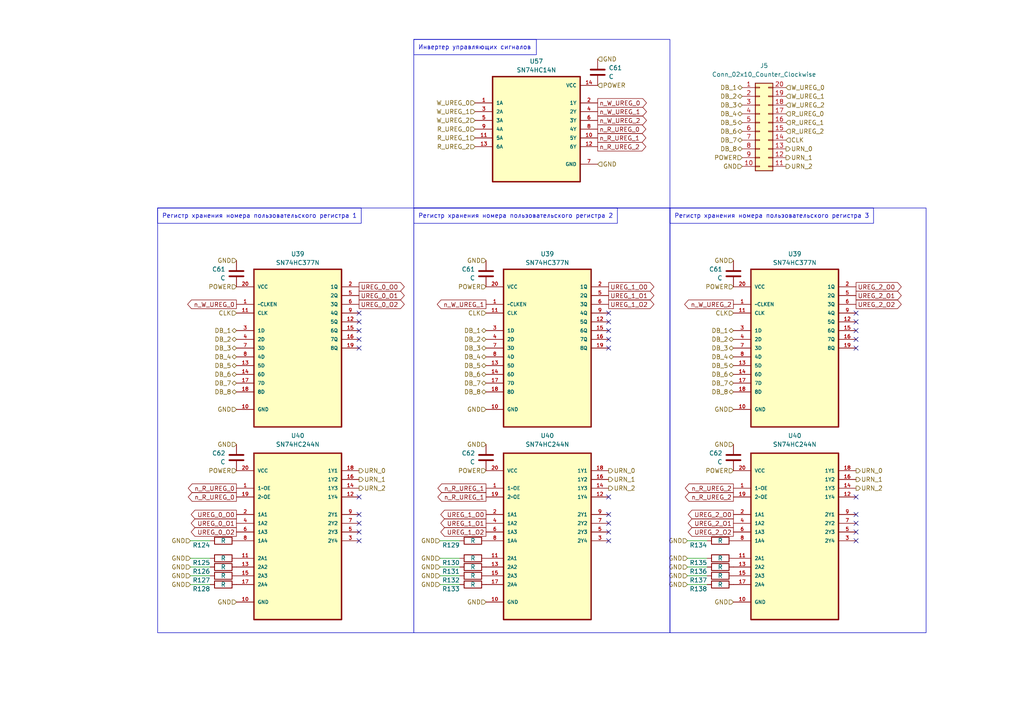
<source format=kicad_sch>
(kicad_sch (version 20230121) (generator eeschema)
  (paper "A4")
  (title_block (comment 1 "Схема электрическая принципиальная \\n Выбора номера регистра"))
  (lib_symbols
    (symbol "Connector_Generic:Conn_02x10_Counter_Clockwise" (pin_names (offset 1.016) hide)
      (property "Reference" "J" (at 1.27 12.7 0))
      (property "Value" "Conn_02x10_Counter_Clockwise" (at 1.27 -15.24 0))
      (symbol "Conn_02x10_Counter_Clockwise_1_1"
        (rectangle (start -1.27 -12.573) (end 0 -12.827) (stroke (width 0.1524)))
        (rectangle (start -1.27 -10.033) (end 0 -10.287) (stroke (width 0.1524)))
        (rectangle (start -1.27 -7.493) (end 0 -7.747) (stroke (width 0.1524)))
        (rectangle (start -1.27 -4.953) (end 0 -5.207) (stroke (width 0.1524)))
        (rectangle (start -1.27 -2.413) (end 0 -2.667) (stroke (width 0.1524)))
        (rectangle (start -1.27 0.127) (end 0 -0.127) (stroke (width 0.1524)))
        (rectangle (start -1.27 2.667) (end 0 2.413) (stroke (width 0.1524)))
        (rectangle (start -1.27 5.207) (end 0 4.953) (stroke (width 0.1524)))
        (rectangle (start -1.27 7.747) (end 0 7.493) (stroke (width 0.1524)))
        (rectangle (start -1.27 10.287) (end 0 10.033) (stroke (width 0.1524)))
        (rectangle (start -1.27 11.43) (end 3.81 -13.97) (stroke (width 0.254)) (fill (type background)))
        (rectangle (start 3.81 -12.573) (end 2.54 -12.827) (stroke (width 0.1524)))
        (rectangle (start 3.81 -10.033) (end 2.54 -10.287) (stroke (width 0.1524)))
        (rectangle (start 3.81 -7.493) (end 2.54 -7.747) (stroke (width 0.1524)))
        (rectangle (start 3.81 -4.953) (end 2.54 -5.207) (stroke (width 0.1524)))
        (rectangle (start 3.81 -2.413) (end 2.54 -2.667) (stroke (width 0.1524)))
        (rectangle (start 3.81 0.127) (end 2.54 -0.127) (stroke (width 0.1524)))
        (rectangle (start 3.81 2.667) (end 2.54 2.413) (stroke (width 0.1524)))
        (rectangle (start 3.81 5.207) (end 2.54 4.953) (stroke (width 0.1524)))
        (rectangle (start 3.81 7.747) (end 2.54 7.493) (stroke (width 0.1524)))
        (rectangle (start 3.81 10.287) (end 2.54 10.033) (stroke (width 0.1524)))
        (pin passive line (at -5.08 10.16 0) (length 3.81) (name "Pin_1") (number "1"))
        (pin passive line (at -5.08 -12.7 0) (length 3.81) (name "Pin_10") (number "10"))
        (pin passive line (at 7.62 -12.7 180) (length 3.81) (name "Pin_11") (number "11"))
        (pin passive line (at 7.62 -10.16 180) (length 3.81) (name "Pin_12") (number "12"))
        (pin passive line (at 7.62 -7.62 180) (length 3.81) (name "Pin_13") (number "13"))
        (pin passive line (at 7.62 -5.08 180) (length 3.81) (name "Pin_14") (number "14"))
        (pin passive line (at 7.62 -2.54 180) (length 3.81) (name "Pin_15") (number "15"))
        (pin passive line (at 7.62 0 180) (length 3.81) (name "Pin_16") (number "16"))
        (pin passive line (at 7.62 2.54 180) (length 3.81) (name "Pin_17") (number "17"))
        (pin passive line (at 7.62 5.08 180) (length 3.81) (name "Pin_18") (number "18"))
        (pin passive line (at 7.62 7.62 180) (length 3.81) (name "Pin_19") (number "19"))
        (pin passive line (at -5.08 7.62 0) (length 3.81) (name "Pin_2") (number "2"))
        (pin passive line (at 7.62 10.16 180) (length 3.81) (name "Pin_20") (number "20"))
        (pin passive line (at -5.08 5.08 0) (length 3.81) (name "Pin_3") (number "3"))
        (pin passive line (at -5.08 2.54 0) (length 3.81) (name "Pin_4") (number "4"))
        (pin passive line (at -5.08 0 0) (length 3.81) (name "Pin_5") (number "5"))
        (pin passive line (at -5.08 -2.54 0) (length 3.81) (name "Pin_6") (number "6"))
        (pin passive line (at -5.08 -5.08 0) (length 3.81) (name "Pin_7") (number "7"))
        (pin passive line (at -5.08 -7.62 0) (length 3.81) (name "Pin_8") (number "8"))
        (pin passive line (at -5.08 -10.16 0) (length 3.81) (name "Pin_9") (number "9"))
      )
    )
    (symbol "Device:C" (pin_numbers hide) (pin_names (offset 0.254))
      (property "Reference" "C" (at 0.635 2.54 0))
      (property "Value" "C" (at 0.635 -2.54 0))
      (symbol "C_0_1"
        (polyline (pts (xy -2.032 -0.762) (xy 2.032 -0.762)) (stroke (width 0.508)))
        (polyline (pts (xy -2.032 0.762) (xy 2.032 0.762)) (stroke (width 0.508)))
      )
      (symbol "C_1_1"
        (pin passive line (at 0 3.81 270) (length 2.794) (name "~") (number "1"))
        (pin passive line (at 0 -3.81 90) (length 2.794) (name "~") (number "2"))
      )
    )
    (symbol "Device:R" (pin_numbers hide) (pin_names (offset 0))
      (property "Reference" "R" (at 2.032 0 90))
      (property "Value" "R" (at 0 0 90))
      (symbol "R_0_1"
        (rectangle (start -1.016 -2.54) (end 1.016 2.54) (stroke (width 0.254)))
      )
      (symbol "R_1_1"
        (pin passive line (at 0 3.81 270) (length 1.27) (name "~") (number "1"))
        (pin passive line (at 0 -3.81 90) (length 1.27) (name "~") (number "2"))
      )
    )
    (symbol "SN74HC14N:SN74HC14N" (pin_names (offset 1.016))
      (property "Reference" "U" (at -12.7 16.24 0))
      (property "Value" "SN74HC14N" (at -12.7 -19.24 0))
      (symbol "SN74HC14N_0_0"
        (rectangle (start -12.7 -15.24) (end 12.7 15.24) (stroke (width 0.41)) (fill (type background)))
        (pin input line (at -17.78 7.62 0) (length 5.08) (name "1A") (number "1"))
        (pin output line (at 17.78 -2.54 180) (length 5.08) (name "5Y") (number "10"))
        (pin input line (at -17.78 -2.54 0) (length 5.08) (name "5A") (number "11"))
        (pin output line (at 17.78 -5.08 180) (length 5.08) (name "6Y") (number "12"))
        (pin input line (at -17.78 -5.08 0) (length 5.08) (name "6A") (number "13"))
        (pin power_in line (at 17.78 12.7 180) (length 5.08) (name "VCC") (number "14"))
        (pin output line (at 17.78 7.62 180) (length 5.08) (name "1Y") (number "2"))
        (pin input line (at -17.78 5.08 0) (length 5.08) (name "2A") (number "3"))
        (pin output line (at 17.78 5.08 180) (length 5.08) (name "2Y") (number "4"))
        (pin input line (at -17.78 2.54 0) (length 5.08) (name "3A") (number "5"))
        (pin output line (at 17.78 2.54 180) (length 5.08) (name "3Y") (number "6"))
        (pin power_in line (at 17.78 -10.16 180) (length 5.08) (name "GND") (number "7"))
        (pin output line (at 17.78 0 180) (length 5.08) (name "4Y") (number "8"))
        (pin input line (at -17.78 0 0) (length 5.08) (name "4A") (number "9"))
      )
    )
    (symbol "SN74HC244N:SN74HC244N" (pin_names (offset 1.016))
      (property "Reference" "U" (at -5.1358 22.5011 0))
      (property "Value" "SN74HC244N" (at -4.6235 -32.2374 0))
      (symbol "SN74HC244N_0_0"
        (rectangle (start -12.7 -27.94) (end 12.7 20.32) (stroke (width 0.4064)) (fill (type background)))
        (pin input line (at -17.78 10.16 0) (length 5.08) (name "1~OE") (number "1"))
        (pin passive line (at -17.78 -22.86 0) (length 5.08) (name "GND") (number "10"))
        (pin input line (at -17.78 -10.16 0) (length 5.08) (name "2A1") (number "11"))
        (pin output line (at 17.78 7.62 180) (length 5.08) (name "1Y4") (number "12"))
        (pin input line (at -17.78 -12.7 0) (length 5.08) (name "2A2") (number "13"))
        (pin output line (at 17.78 10.16 180) (length 5.08) (name "1Y3") (number "14"))
        (pin input line (at -17.78 -15.24 0) (length 5.08) (name "2A3") (number "15"))
        (pin output line (at 17.78 12.7 180) (length 5.08) (name "1Y2") (number "16"))
        (pin input line (at -17.78 -17.78 0) (length 5.08) (name "2A4") (number "17"))
        (pin output line (at 17.78 15.24 180) (length 5.08) (name "1Y1") (number "18"))
        (pin input line (at -17.78 7.62 0) (length 5.08) (name "2~OE") (number "19"))
        (pin input line (at -17.78 2.54 0) (length 5.08) (name "1A1") (number "2"))
        (pin power_in line (at -17.78 15.24 0) (length 5.08) (name "VCC") (number "20"))
        (pin output line (at 17.78 -5.08 180) (length 5.08) (name "2Y4") (number "3"))
        (pin input line (at -17.78 0 0) (length 5.08) (name "1A2") (number "4"))
        (pin output line (at 17.78 -2.54 180) (length 5.08) (name "2Y3") (number "5"))
        (pin input line (at -17.78 -2.54 0) (length 5.08) (name "1A3") (number "6"))
        (pin output line (at 17.78 0 180) (length 5.08) (name "2Y2") (number "7"))
        (pin input line (at -17.78 -5.08 0) (length 5.08) (name "1A4") (number "8"))
        (pin output line (at 17.78 2.54 180) (length 5.08) (name "2Y1") (number "9"))
      )
    )
    (symbol "SN74HC377N:SN74HC377N" (pin_names (offset 1.016))
      (property "Reference" "U" (at -5.6166 22.3647 0))
      (property "Value" "SN74HC377N" (at -3.919 -30.1051 0))
      (symbol "SN74HC377N_0_0"
        (rectangle (start -12.7 -25.4) (end 12.7 20.32) (stroke (width 0.4064)) (fill (type background)))
        (pin input line (at -17.78 10.16 0) (length 5.08) (name "~CLKEN") (number "1"))
        (pin passive line (at -17.78 -20.32 0) (length 5.08) (name "GND") (number "10"))
        (pin input line (at -17.78 7.62 0) (length 5.08) (name "CLK") (number "11"))
        (pin output line (at 17.78 5.08 180) (length 5.08) (name "5Q") (number "12"))
        (pin input line (at -17.78 -7.62 0) (length 5.08) (name "5D") (number "13"))
        (pin input line (at -17.78 -10.16 0) (length 5.08) (name "6D") (number "14"))
        (pin output line (at 17.78 2.54 180) (length 5.08) (name "6Q") (number "15"))
        (pin output line (at 17.78 0 180) (length 5.08) (name "7Q") (number "16"))
        (pin input line (at -17.78 -12.7 0) (length 5.08) (name "7D") (number "17"))
        (pin input line (at -17.78 -15.24 0) (length 5.08) (name "8D") (number "18"))
        (pin output line (at 17.78 -2.54 180) (length 5.08) (name "8Q") (number "19"))
        (pin output line (at 17.78 15.24 180) (length 5.08) (name "1Q") (number "2"))
        (pin power_in line (at -17.78 15.24 0) (length 5.08) (name "VCC") (number "20"))
        (pin input line (at -17.78 2.54 0) (length 5.08) (name "1D") (number "3"))
        (pin input line (at -17.78 0 0) (length 5.08) (name "2D") (number "4"))
        (pin output line (at 17.78 12.7 180) (length 5.08) (name "2Q") (number "5"))
        (pin output line (at 17.78 10.16 180) (length 5.08) (name "3Q") (number "6"))
        (pin input line (at -17.78 -2.54 0) (length 5.08) (name "3D") (number "7"))
        (pin input line (at -17.78 -5.08 0) (length 5.08) (name "4D") (number "8"))
        (pin output line (at 17.78 7.62 180) (length 5.08) (name "4Q") (number "9"))
      )
    )
  )
  (no_connect (at 176.53 95.885))
  (no_connect (at 248.285 93.345))
  (no_connect (at 176.53 151.765))
  (no_connect (at 104.14 100.965))
  (no_connect (at 104.14 154.305))
  (no_connect (at 248.285 156.845))
  (no_connect (at 248.285 149.225))
  (no_connect (at 104.14 98.425))
  (no_connect (at 248.285 100.965))
  (no_connect (at 104.14 90.805))
  (no_connect (at 248.285 98.425))
  (no_connect (at 248.285 90.805))
  (no_connect (at 104.14 156.845))
  (no_connect (at 176.53 156.845))
  (no_connect (at 176.53 144.145))
  (no_connect (at 104.14 149.225))
  (no_connect (at 248.285 95.885))
  (no_connect (at 176.53 100.965))
  (no_connect (at 176.53 154.305))
  (no_connect (at 248.285 151.765))
  (no_connect (at 104.14 93.345))
  (no_connect (at 176.53 98.425))
  (no_connect (at 248.285 144.145))
  (no_connect (at 176.53 149.225))
  (no_connect (at 104.14 144.145))
  (no_connect (at 104.14 151.765))
  (no_connect (at 248.285 154.305))
  (no_connect (at 176.53 93.345))
  (no_connect (at 104.14 95.885))
  (no_connect (at 176.53 90.805))
  (wire (pts (xy 199.39 167.005) (xy 205.105 167.005)))
  (wire (pts (xy 127.635 167.005) (xy 133.35 167.005)))
  (wire (pts (xy 127.635 164.465) (xy 133.35 164.465)))
  (wire (pts (xy 199.39 156.845) (xy 205.105 156.845)))
  (wire (pts (xy 55.245 167.005) (xy 60.96 167.005)))
  (wire (pts (xy 127.635 169.545) (xy 133.35 169.545)))
  (wire (pts (xy 199.39 169.545) (xy 205.105 169.545)))
  (wire (pts (xy 55.245 161.925) (xy 60.96 161.925)))
  (wire (pts (xy 199.39 164.465) (xy 205.105 164.465)))
  (wire (pts (xy 55.245 156.845) (xy 60.96 156.845)))
  (wire (pts (xy 199.39 161.925) (xy 205.105 161.925)))
  (wire (pts (xy 127.635 156.845) (xy 133.35 156.845)))
  (wire (pts (xy 127.635 161.925) (xy 133.35 161.925)))
  (wire (pts (xy 55.245 169.545) (xy 60.96 169.545)))
  (wire (pts (xy 55.245 164.465) (xy 60.96 164.465)))
  (rectangle (start 45.72 60.325) (end 104.775 64.77))
  (rectangle (start 120.015 11.43) (end 155.575 15.875))
  (rectangle (start 120.015 11.43) (end 194.31 60.325))
  (rectangle (start 120.015 60.325) (end 179.07 64.77))
  (rectangle (start 120.015 60.325) (end 194.31 183.515))
  (rectangle (start 45.72 60.325) (end 120.015 183.515))
  (rectangle (start 194.31 60.325) (end 253.365 64.77))
  (rectangle (start 194.31 60.325) (end 268.605 183.515))
  (text "Регистр хранения номера пользовательского регистра 3" (at 195.58 63.5 0) (effects (font (size 1.27 1.27)) (justify left bottom)))
  (text "Регистр хранения номера пользовательского регистра 1" (at 46.99 63.5 0) (effects (font (size 1.27 1.27)) (justify left bottom)))
  (text "Инвертер управляющих сигналов" (at 121.285 14.605 0) (effects (font (size 1.27 1.27)) (justify left bottom)))
  (text "Регистр хранения номера пользовательского регистра 2\n" (at 121.285 63.5 0) (effects (font (size 1.27 1.27)) (justify left bottom)))
  (global_label "n_R_UREG_2" (shape output) (at 173.355 42.545 0) (property "Intersheetrefs" "${INTERSHEET_REFS}" (effects hide)))
  (global_label "n_R_UREG_2" (shape output) (at 212.725 141.605 180) (property "Intersheetrefs" "${INTERSHEET_REFS}" (effects hide)))
  (global_label "n_W_UREG_0" (shape output) (at 173.355 29.845 0) (property "Intersheetrefs" "${INTERSHEET_REFS}" (effects hide)))
  (global_label "UREG_0_O1" (shape output) (at 68.58 151.765 180) (property "Intersheetrefs" "${INTERSHEET_REFS}" (effects hide)))
  (global_label "n_R_UREG_0" (shape output) (at 68.58 141.605 180) (property "Intersheetrefs" "${INTERSHEET_REFS}" (effects hide)))
  (global_label "UREG_0_O2" (shape output) (at 68.58 154.305 180) (property "Intersheetrefs" "${INTERSHEET_REFS}" (effects hide)))
  (global_label "n_R_UREG_1" (shape output) (at 173.355 40.005 0) (property "Intersheetrefs" "${INTERSHEET_REFS}" (effects hide)))
  (global_label "UREG_1_O1" (shape output) (at 140.97 151.765 180) (property "Intersheetrefs" "${INTERSHEET_REFS}" (effects hide)))
  (global_label "n_W_UREG_1" (shape output) (at 173.355 32.385 0) (property "Intersheetrefs" "${INTERSHEET_REFS}" (effects hide)))
  (global_label "UREG_2_O1" (shape output) (at 248.285 85.725 0) (property "Intersheetrefs" "${INTERSHEET_REFS}" (effects hide)))
  (global_label "UREG_0_O1" (shape output) (at 104.14 85.725 0) (property "Intersheetrefs" "${INTERSHEET_REFS}" (effects hide)))
  (global_label "UREG_1_O0" (shape output) (at 176.53 83.185 0) (property "Intersheetrefs" "${INTERSHEET_REFS}" (effects hide)))
  (global_label "UREG_1_O1" (shape output) (at 176.53 85.725 0) (property "Intersheetrefs" "${INTERSHEET_REFS}" (effects hide)))
  (global_label "n_R_UREG_0" (shape output) (at 68.58 144.145 180) (property "Intersheetrefs" "${INTERSHEET_REFS}" (effects hide)))
  (global_label "n_W_UREG_1" (shape output) (at 140.97 88.265 180) (property "Intersheetrefs" "${INTERSHEET_REFS}" (effects hide)))
  (global_label "UREG_2_O0" (shape output) (at 212.725 149.225 180) (property "Intersheetrefs" "${INTERSHEET_REFS}" (effects hide)))
  (global_label "UREG_1_O0" (shape output) (at 140.97 149.225 180) (property "Intersheetrefs" "${INTERSHEET_REFS}" (effects hide)))
  (global_label "n_W_UREG_2" (shape output) (at 173.355 34.925 0) (property "Intersheetrefs" "${INTERSHEET_REFS}" (effects hide)))
  (global_label "UREG_0_O0" (shape output) (at 104.14 83.185 0) (property "Intersheetrefs" "${INTERSHEET_REFS}" (effects hide)))
  (global_label "UREG_2_O0" (shape output) (at 248.285 83.185 0) (property "Intersheetrefs" "${INTERSHEET_REFS}" (effects hide)))
  (global_label "UREG_0_O2" (shape output) (at 104.14 88.265 0) (property "Intersheetrefs" "${INTERSHEET_REFS}" (effects hide)))
  (global_label "UREG_1_O2" (shape output) (at 176.53 88.265 0) (property "Intersheetrefs" "${INTERSHEET_REFS}" (effects hide)))
  (global_label "n_R_UREG_2" (shape output) (at 212.725 144.145 180) (property "Intersheetrefs" "${INTERSHEET_REFS}" (effects hide)))
  (global_label "UREG_2_O1" (shape output) (at 212.725 151.765 180) (property "Intersheetrefs" "${INTERSHEET_REFS}" (effects hide)))
  (global_label "n_W_UREG_2" (shape output) (at 212.725 88.265 180) (property "Intersheetrefs" "${INTERSHEET_REFS}" (effects hide)))
  (global_label "UREG_2_O2" (shape output) (at 212.725 154.305 180) (property "Intersheetrefs" "${INTERSHEET_REFS}" (effects hide)))
  (global_label "n_R_UREG_0" (shape output) (at 173.355 37.465 0) (property "Intersheetrefs" "${INTERSHEET_REFS}" (effects hide)))
  (global_label "n_R_UREG_1" (shape output) (at 140.97 141.605 180) (property "Intersheetrefs" "${INTERSHEET_REFS}" (effects hide)))
  (global_label "n_R_UREG_1" (shape output) (at 140.97 144.145 180) (property "Intersheetrefs" "${INTERSHEET_REFS}" (effects hide)))
  (global_label "n_W_UREG_0" (shape output) (at 68.58 88.265 180) (property "Intersheetrefs" "${INTERSHEET_REFS}" (effects hide)))
  (global_label "UREG_2_O2" (shape output) (at 248.285 88.265 0) (property "Intersheetrefs" "${INTERSHEET_REFS}" (effects hide)))
  (global_label "UREG_1_O2" (shape output) (at 140.97 154.305 180) (property "Intersheetrefs" "${INTERSHEET_REFS}" (effects hide)))
  (global_label "UREG_0_O0" (shape output) (at 68.58 149.225 180) (property "Intersheetrefs" "${INTERSHEET_REFS}" (effects hide)))
  (hierarchical_label "DB_3" (shape bidirectional) (at 212.725 100.965 180))
  (hierarchical_label "POWER" (shape input) (at 173.355 24.765 0))
  (hierarchical_label "GND" (shape input) (at 68.58 118.745 180))
  (hierarchical_label "DB_6" (shape bidirectional) (at 68.58 108.585 180))
  (hierarchical_label "GND" (shape input) (at 212.725 174.625 180))
  (hierarchical_label "POWER" (shape input) (at 68.58 83.185 180))
  (hierarchical_label "GND" (shape input) (at 199.39 169.545 180))
  (hierarchical_label "POWER" (shape input) (at 68.58 136.525 180))
  (hierarchical_label "URN_2" (shape output) (at 248.285 141.605 0))
  (hierarchical_label "URN_0" (shape output) (at 248.285 136.525 0))
  (hierarchical_label "R_UREG_2" (shape input) (at 227.965 38.1 0))
  (hierarchical_label "URN_0" (shape output) (at 176.53 136.525 0))
  (hierarchical_label "GND" (shape input) (at 212.725 118.745 180))
  (hierarchical_label "DB_4" (shape bidirectional) (at 68.58 103.505 180))
  (hierarchical_label "URN_2" (shape output) (at 176.53 141.605 0))
  (hierarchical_label "GND" (shape input) (at 212.725 128.905 180))
  (hierarchical_label "W_UREG_2" (shape input) (at 227.965 30.48 0))
  (hierarchical_label "R_UREG_0" (shape input) (at 137.795 37.465 180))
  (hierarchical_label "W_UREG_2" (shape input) (at 137.795 34.925 180))
  (hierarchical_label "DB_2" (shape bidirectional) (at 140.97 98.425 180))
  (hierarchical_label "DB_8" (shape bidirectional) (at 215.265 43.18 180))
  (hierarchical_label "URN_1" (shape output) (at 227.965 45.72 0))
  (hierarchical_label "DB_5" (shape bidirectional) (at 215.265 35.56 180))
  (hierarchical_label "URN_2" (shape output) (at 104.14 141.605 0))
  (hierarchical_label "URN_1" (shape output) (at 104.14 139.065 0))
  (hierarchical_label "R_UREG_1" (shape input) (at 227.965 35.56 0))
  (hierarchical_label "DB_1" (shape bidirectional) (at 215.265 25.4 180))
  (hierarchical_label "GND" (shape input) (at 55.245 156.845 180))
  (hierarchical_label "W_UREG_0" (shape input) (at 137.795 29.845 180))
  (hierarchical_label "GND" (shape input) (at 127.635 169.545 180))
  (hierarchical_label "DB_2" (shape bidirectional) (at 215.265 27.94 180))
  (hierarchical_label "DB_8" (shape bidirectional) (at 68.58 113.665 180))
  (hierarchical_label "DB_8" (shape bidirectional) (at 140.97 113.665 180))
  (hierarchical_label "DB_3" (shape bidirectional) (at 215.265 30.48 180))
  (hierarchical_label "DB_8" (shape bidirectional) (at 212.725 113.665 180))
  (hierarchical_label "GND" (shape input) (at 55.245 169.545 180))
  (hierarchical_label "GND" (shape input) (at 212.725 75.565 180))
  (hierarchical_label "GND" (shape input) (at 127.635 164.465 180))
  (hierarchical_label "DB_1" (shape bidirectional) (at 68.58 95.885 180))
  (hierarchical_label "GND" (shape input) (at 55.245 161.925 180))
  (hierarchical_label "POWER" (shape input) (at 212.725 136.525 180))
  (hierarchical_label "DB_5" (shape bidirectional) (at 68.58 106.045 180))
  (hierarchical_label "GND" (shape input) (at 140.97 75.565 180))
  (hierarchical_label "DB_7" (shape bidirectional) (at 212.725 111.125 180))
  (hierarchical_label "GND" (shape input) (at 55.245 164.465 180))
  (hierarchical_label "W_UREG_1" (shape input) (at 227.965 27.94 0))
  (hierarchical_label "GND" (shape input) (at 173.355 47.625 0))
  (hierarchical_label "W_UREG_1" (shape input) (at 137.795 32.385 180))
  (hierarchical_label "URN_2" (shape output) (at 227.965 48.26 0))
  (hierarchical_label "DB_6" (shape bidirectional) (at 140.97 108.585 180))
  (hierarchical_label "POWER" (shape input) (at 212.725 83.185 180))
  (hierarchical_label "DB_6" (shape bidirectional) (at 212.725 108.585 180))
  (hierarchical_label "URN_1" (shape output) (at 248.285 139.065 0))
  (hierarchical_label "R_UREG_1" (shape input) (at 137.795 40.005 180))
  (hierarchical_label "GND" (shape input) (at 68.58 128.905 180))
  (hierarchical_label "GND" (shape input) (at 199.39 167.005 180))
  (hierarchical_label "DB_7" (shape bidirectional) (at 140.97 111.125 180))
  (hierarchical_label "DB_6" (shape bidirectional) (at 215.265 38.1 180))
  (hierarchical_label "CLK" (shape input) (at 140.97 90.805 180))
  (hierarchical_label "DB_4" (shape bidirectional) (at 140.97 103.505 180))
  (hierarchical_label "GND" (shape input) (at 215.265 48.26 180))
  (hierarchical_label "GND" (shape input) (at 55.245 167.005 180))
  (hierarchical_label "GND" (shape input) (at 199.39 161.925 180))
  (hierarchical_label "POWER" (shape input) (at 215.265 45.72 180))
  (hierarchical_label "R_UREG_0" (shape input) (at 227.965 33.02 0))
  (hierarchical_label "DB_2" (shape bidirectional) (at 212.725 98.425 180))
  (hierarchical_label "POWER" (shape input) (at 140.97 136.525 180))
  (hierarchical_label "GND" (shape input) (at 127.635 156.845 180))
  (hierarchical_label "DB_1" (shape bidirectional) (at 212.725 95.885 180))
  (hierarchical_label "URN_0" (shape output) (at 227.965 43.18 0))
  (hierarchical_label "GND" (shape input) (at 199.39 164.465 180))
  (hierarchical_label "CLK" (shape input) (at 227.965 40.64 0))
  (hierarchical_label "CLK" (shape input) (at 68.58 90.805 180))
  (hierarchical_label "W_UREG_0" (shape input) (at 227.965 25.4 0))
  (hierarchical_label "URN_1" (shape output) (at 176.53 139.065 0))
  (hierarchical_label "GND" (shape input) (at 140.97 118.745 180))
  (hierarchical_label "GND" (shape input) (at 127.635 161.925 180))
  (hierarchical_label "R_UREG_2" (shape input) (at 137.795 42.545 180))
  (hierarchical_label "DB_1" (shape bidirectional) (at 140.97 95.885 180))
  (hierarchical_label "URN_0" (shape output) (at 104.14 136.525 0))
  (hierarchical_label "DB_2" (shape bidirectional) (at 68.58 98.425 180))
  (hierarchical_label "DB_5" (shape bidirectional) (at 140.97 106.045 180))
  (hierarchical_label "GND" (shape input) (at 173.355 17.145 0))
  (hierarchical_label "GND" (shape input) (at 127.635 167.005 180))
  (hierarchical_label "GND" (shape input) (at 68.58 75.565 180))
  (hierarchical_label "DB_5" (shape bidirectional) (at 212.725 106.045 180))
  (hierarchical_label "GND" (shape input) (at 199.39 156.845 180))
  (hierarchical_label "DB_7" (shape bidirectional) (at 68.58 111.125 180))
  (hierarchical_label "POWER" (shape input) (at 140.97 83.185 180))
  (hierarchical_label "GND" (shape input) (at 140.97 174.625 180))
  (hierarchical_label "GND" (shape input) (at 140.97 128.905 180))
  (hierarchical_label "DB_3" (shape bidirectional) (at 140.97 100.965 180))
  (hierarchical_label "GND" (shape input) (at 68.58 174.625 180))
  (hierarchical_label "DB_7" (shape bidirectional) (at 215.265 40.64 180))
  (hierarchical_label "CLK" (shape input) (at 212.725 90.805 180))
  (hierarchical_label "DB_3" (shape bidirectional) (at 68.58 100.965 180))
  (hierarchical_label "DB_4" (shape bidirectional) (at 215.265 33.02 180))
  (hierarchical_label "DB_4" (shape bidirectional) (at 212.725 103.505 180))
  (symbol (lib_id "Device:R") (at 137.16 169.545 90) (unit 1)
    (property "Reference" "R133" (at 130.81 170.815 90))
    (property "Value" "R" (at 137.16 169.545 90))
  )
  (symbol (lib_id "Device:C") (at 68.58 132.715 0) (mirror y) (unit 1)
    (property "Reference" "C62" (at 65.405 131.445 0) (effects (justify left)))
    (property "Value" "C" (at 65.405 133.985 0) (effects (justify left)))
    (instances (project "FULL_PC" (path "" (reference "C62") (unit 1)) (path "" (reference "C78") (unit 1))))
  )
  (symbol (lib_id "SN74HC244N:SN74HC244N") (at 158.75 151.765 0) (unit 1)
    (property "Reference" "U40" (at 158.75 126.365 0))
    (property "Value" "SN74HC244N" (at 158.75 128.905 0))
    (property "Footprint" "SN74HC244N:DIP254P762X508-20" (effects hide))
    (property "MF" "Texas Instruments" (effects hide))
    (property "Description" "\n8-ch, 2-V to 6-V buffers with 3-state outputs\n" (effects hide))
    (property "PACKAGE" "PDIP-20" (effects hide))
    (property "MPN" "SN74HC244N" (effects hide))
    (property "Price" "None" (effects hide))
    (property "Package" "PDIP-20 Texas Instruments" (effects hide))
    (property "OC_FARNELL" "9591281" (effects hide))
    (property "SnapEDA_Link" "https://www.snapeda.com/parts/SN74HC244N/Texas+Instruments/view-part/?ref=snap" (effects hide))
    (property "MP" "SN74HC244N" (effects hide))
    (property "Purchase-URL" "https://www.snapeda.com/api/url_track_click_mouser/?unipart_id=108952&manufacturer=Texas Instruments&part_name=SN74HC244N&search_term=sn74hc244" (effects hide))
    (property "SUPPLIER" "Texas Instruments" (effects hide))
    (property "OC_NEWARK" "60K6831" (effects hide))
    (property "Availability" "In Stock" (effects hide))
    (property "Check_prices" "https://www.snapeda.com/parts/SN74HC244N/Texas+Instruments/view-part/?ref=eda" (effects hide))
    (instances (project "FULL_PC" (path "" (reference "U40") (unit 1)) (path "" (reference "U59") (unit 1))))
  )
  (symbol (lib_id "Device:C") (at 173.355 20.955 0) (unit 1)
    (property "Reference" "C61" (at 176.53 19.685 0) (effects (justify left)))
    (property "Value" "C" (at 176.53 22.225 0) (effects (justify left)))
    (instances (project "FULL_PC" (path "" (reference "C61") (unit 1)) (path "" (reference "C79") (unit 1))))
  )
  (symbol (lib_id "Device:C") (at 212.725 132.715 0) (mirror y) (unit 1)
    (property "Reference" "C62" (at 209.55 131.445 0) (effects (justify left)))
    (property "Value" "C" (at 209.55 133.985 0) (effects (justify left)))
    (instances (project "FULL_PC" (path "" (reference "C62") (unit 1)) (path "" (reference "C83") (unit 1))))
  )
  (symbol (lib_id "SN74HC377N:SN74HC377N") (at 86.36 98.425 0) (unit 1)
    (property "Reference" "U39" (at 86.36 73.66 0))
    (property "Value" "SN74HC377N" (at 86.36 76.2 0))
    (property "Footprint" "SN74HC377N:DIP254P762X508-20" (effects hide))
    (property "MF" "Texas Instruments" (effects hide))
    (property "Description" "\nOctal D-Type Flip-Flops With Clock Enable\n" (effects hide))
    (property "PACKAGE" "PDIP-20" (effects hide))
    (property "MPN" "SN74HC377N" (effects hide))
    (property "Price" "None" (effects hide))
    (property "Package" "PDIP-20 Texas Instruments" (effects hide))
    (property "OC_FARNELL" "1287551" (effects hide))
    (property "SnapEDA_Link" "https://www.snapeda.com/parts/SN74HC377N/Texas+Instruments/view-part/?ref=snap" (effects hide))
    (property "MP" "SN74HC377N" (effects hide))
    (property "Purchase-URL" "https://www.snapeda.com/api/url_track_click_mouser/?unipart_id=500370&manufacturer=Texas Instruments&part_name=SN74HC377N&search_term=sn74hc377" (effects hide))
    (property "SUPPLIER" "Texas Instruments" (effects hide))
    (property "OC_NEWARK" "08F6514" (effects hide))
    (property "Availability" "In Stock" (effects hide))
    (property "Check_prices" "https://www.snapeda.com/parts/SN74HC377N/Texas+Instruments/view-part/?ref=eda" (effects hide))
    (instances (project "FULL_PC" (path "" (reference "U39") (unit 1)) (path "" (reference "U55") (unit 1))))
  )
  (symbol (lib_id "Device:R") (at 64.77 156.845 90) (unit 1)
    (property "Reference" "R124" (at 58.42 158.115 90))
    (property "Value" "R" (at 64.77 156.845 90))
  )
  (symbol (lib_id "Device:R") (at 137.16 167.005 90) (unit 1)
    (property "Reference" "R132" (at 130.81 168.275 90))
    (property "Value" "R" (at 137.16 167.005 90))
  )
  (symbol (lib_id "SN74HC377N:SN74HC377N") (at 230.505 98.425 0) (unit 1)
    (property "Reference" "U39" (at 230.505 73.66 0))
    (property "Value" "SN74HC377N" (at 230.505 76.2 0))
    (property "Footprint" "SN74HC377N:DIP254P762X508-20" (effects hide))
    (property "MF" "Texas Instruments" (effects hide))
    (property "Description" "\nOctal D-Type Flip-Flops With Clock Enable\n" (effects hide))
    (property "PACKAGE" "PDIP-20" (effects hide))
    (property "MPN" "SN74HC377N" (effects hide))
    (property "Price" "None" (effects hide))
    (property "Package" "PDIP-20 Texas Instruments" (effects hide))
    (property "OC_FARNELL" "1287551" (effects hide))
    (property "SnapEDA_Link" "https://www.snapeda.com/parts/SN74HC377N/Texas+Instruments/view-part/?ref=snap" (effects hide))
    (property "MP" "SN74HC377N" (effects hide))
    (property "Purchase-URL" "https://www.snapeda.com/api/url_track_click_mouser/?unipart_id=500370&manufacturer=Texas Instruments&part_name=SN74HC377N&search_term=sn74hc377" (effects hide))
    (property "SUPPLIER" "Texas Instruments" (effects hide))
    (property "OC_NEWARK" "08F6514" (effects hide))
    (property "Availability" "In Stock" (effects hide))
    (property "Check_prices" "https://www.snapeda.com/parts/SN74HC377N/Texas+Instruments/view-part/?ref=eda" (effects hide))
    (instances (project "FULL_PC" (path "" (reference "U39") (unit 1)) (path "" (reference "U60") (unit 1))))
  )
  (symbol (lib_id "Device:R") (at 64.77 167.005 90) (unit 1)
    (property "Reference" "R127" (at 58.42 168.275 90))
    (property "Value" "R" (at 64.77 167.005 90))
  )
  (symbol (lib_id "Device:R") (at 208.915 161.925 90) (unit 1)
    (property "Reference" "R135" (at 202.565 163.195 90))
    (property "Value" "R" (at 208.915 161.925 90))
  )
  (symbol (lib_id "Device:R") (at 137.16 164.465 90) (unit 1)
    (property "Reference" "R131" (at 130.81 165.735 90))
    (property "Value" "R" (at 137.16 164.465 90))
  )
  (symbol (lib_id "Device:C") (at 140.97 79.375 0) (mirror y) (unit 1)
    (property "Reference" "C61" (at 137.795 78.105 0) (effects (justify left)))
    (property "Value" "C" (at 137.795 80.645 0) (effects (justify left)))
    (instances (project "FULL_PC" (path "" (reference "C61") (unit 1)) (path "" (reference "C80") (unit 1))))
  )
  (symbol (lib_id "Device:R") (at 64.77 161.925 90) (unit 1)
    (property "Reference" "R125" (at 58.42 163.195 90))
    (property "Value" "R" (at 64.77 161.925 90))
  )
  (symbol (lib_id "Device:R") (at 64.77 169.545 90) (unit 1)
    (property "Reference" "R128" (at 58.42 170.815 90))
    (property "Value" "R" (at 64.77 169.545 90))
  )
  (symbol (lib_id "Device:R") (at 208.915 164.465 90) (unit 1)
    (property "Reference" "R136" (at 202.565 165.735 90))
    (property "Value" "R" (at 208.915 164.465 90))
  )
  (symbol (lib_id "SN74HC14N:SN74HC14N") (at 155.575 37.465 0) (unit 1)
    (property "Reference" "U57" (at 155.575 17.78 0))
    (property "Value" "SN74HC14N" (at 155.575 20.32 0))
    (property "Footprint" "SN74HC14N:DIP794W45P254L1969H508Q14" (effects hide))
    (property "MF" "Texas Instruments" (effects hide))
    (property "Description" "\n6-ch, 2-V to 6-V inverters with Schmitt-Trigger inputs\n" (effects hide))
    (property "Package" "PDIP-14 Texas Instruments" (effects hide))
    (property "Price" "None" (effects hide))
    (property "SnapEDA_Link" "https://www.snapeda.com/parts/SN74HC14N/Texas+Instruments/view-part/?ref=snap" (effects hide))
    (property "MP" "SN74HC14N" (effects hide))
    (property "Purchase-URL" "https://www.snapeda.com/api/url_track_click_mouser/?unipart_id=45696&manufacturer=Texas Instruments&part_name=SN74HC14N&search_term=sn74hc14" (effects hide))
    (property "Availability" "In Stock" (effects hide))
    (property "Check_prices" "https://www.snapeda.com/parts/SN74HC14N/Texas+Instruments/view-part/?ref=eda" (effects hide))
  )
  (symbol (lib_id "Device:R") (at 137.16 161.925 90) (unit 1)
    (property "Reference" "R130" (at 130.81 163.195 90))
    (property "Value" "R" (at 137.16 161.925 90))
  )
  (symbol (lib_id "Device:R") (at 208.915 167.005 90) (unit 1)
    (property "Reference" "R137" (at 202.565 168.275 90))
    (property "Value" "R" (at 208.915 167.005 90))
  )
  (symbol (lib_id "Connector_Generic:Conn_02x10_Counter_Clockwise") (at 220.345 35.56 0) (unit 1)
    (property "Reference" "J5" (at 221.615 19.05 0))
    (property "Value" "Conn_02x10_Counter_Clockwise" (at 221.615 21.59 0))
    (instances (project "FULL_PC" (path "" (reference "J5") (unit 1)) (path "" (reference "J8") (unit 1))))
  )
  (symbol (lib_id "Device:C") (at 212.725 79.375 0) (mirror y) (unit 1)
    (property "Reference" "C61" (at 209.55 78.105 0) (effects (justify left)))
    (property "Value" "C" (at 209.55 80.645 0) (effects (justify left)))
    (instances (project "FULL_PC" (path "" (reference "C61") (unit 1)) (path "" (reference "C82") (unit 1))))
  )
  (symbol (lib_id "SN74HC244N:SN74HC244N") (at 230.505 151.765 0) (unit 1)
    (property "Reference" "U40" (at 230.505 126.365 0))
    (property "Value" "SN74HC244N" (at 230.505 128.905 0))
    (property "Footprint" "SN74HC244N:DIP254P762X508-20" (effects hide))
    (property "MF" "Texas Instruments" (effects hide))
    (property "Description" "\n8-ch, 2-V to 6-V buffers with 3-state outputs\n" (effects hide))
    (property "PACKAGE" "PDIP-20" (effects hide))
    (property "MPN" "SN74HC244N" (effects hide))
    (property "Price" "None" (effects hide))
    (property "Package" "PDIP-20 Texas Instruments" (effects hide))
    (property "OC_FARNELL" "9591281" (effects hide))
    (property "SnapEDA_Link" "https://www.snapeda.com/parts/SN74HC244N/Texas+Instruments/view-part/?ref=snap" (effects hide))
    (property "MP" "SN74HC244N" (effects hide))
    (property "Purchase-URL" "https://www.snapeda.com/api/url_track_click_mouser/?unipart_id=108952&manufacturer=Texas Instruments&part_name=SN74HC244N&search_term=sn74hc244" (effects hide))
    (property "SUPPLIER" "Texas Instruments" (effects hide))
    (property "OC_NEWARK" "60K6831" (effects hide))
    (property "Availability" "In Stock" (effects hide))
    (property "Check_prices" "https://www.snapeda.com/parts/SN74HC244N/Texas+Instruments/view-part/?ref=eda" (effects hide))
    (instances (project "FULL_PC" (path "" (reference "U40") (unit 1)) (path "" (reference "U61") (unit 1))))
  )
  (symbol (lib_id "Device:R") (at 64.77 164.465 90) (unit 1)
    (property "Reference" "R126" (at 58.42 165.735 90))
    (property "Value" "R" (at 64.77 164.465 90))
  )
  (symbol (lib_id "Device:R") (at 208.915 169.545 90) (unit 1)
    (property "Reference" "R138" (at 202.565 170.815 90))
    (property "Value" "R" (at 208.915 169.545 90))
  )
  (symbol (lib_id "Device:C") (at 68.58 79.375 0) (mirror y) (unit 1)
    (property "Reference" "C61" (at 65.405 78.105 0) (effects (justify left)))
    (property "Value" "C" (at 65.405 80.645 0) (effects (justify left)))
    (instances (project "FULL_PC" (path "" (reference "C61") (unit 1)) (path "" (reference "C77") (unit 1))))
  )
  (symbol (lib_id "Device:C") (at 140.97 132.715 0) (mirror y) (unit 1)
    (property "Reference" "C62" (at 137.795 131.445 0) (effects (justify left)))
    (property "Value" "C" (at 137.795 133.985 0) (effects (justify left)))
    (instances (project "FULL_PC" (path "" (reference "C62") (unit 1)) (path "" (reference "C81") (unit 1))))
  )
  (symbol (lib_id "SN74HC244N:SN74HC244N") (at 86.36 151.765 0) (unit 1)
    (property "Reference" "U40" (at 86.36 126.365 0))
    (property "Value" "SN74HC244N" (at 86.36 128.905 0))
    (property "Footprint" "SN74HC244N:DIP254P762X508-20" (effects hide))
    (property "MF" "Texas Instruments" (effects hide))
    (property "Description" "\n8-ch, 2-V to 6-V buffers with 3-state outputs\n" (effects hide))
    (property "PACKAGE" "PDIP-20" (effects hide))
    (property "MPN" "SN74HC244N" (effects hide))
    (property "Price" "None" (effects hide))
    (property "Package" "PDIP-20 Texas Instruments" (effects hide))
    (property "OC_FARNELL" "9591281" (effects hide))
    (property "SnapEDA_Link" "https://www.snapeda.com/parts/SN74HC244N/Texas+Instruments/view-part/?ref=snap" (effects hide))
    (property "MP" "SN74HC244N" (effects hide))
    (property "Purchase-URL" "https://www.snapeda.com/api/url_track_click_mouser/?unipart_id=108952&manufacturer=Texas Instruments&part_name=SN74HC244N&search_term=sn74hc244" (effects hide))
    (property "SUPPLIER" "Texas Instruments" (effects hide))
    (property "OC_NEWARK" "60K6831" (effects hide))
    (property "Availability" "In Stock" (effects hide))
    (property "Check_prices" "https://www.snapeda.com/parts/SN74HC244N/Texas+Instruments/view-part/?ref=eda" (effects hide))
    (instances (project "FULL_PC" (path "" (reference "U40") (unit 1)) (path "" (reference "U56") (unit 1))))
  )
  (symbol (lib_id "Device:R") (at 137.16 156.845 90) (unit 1)
    (property "Reference" "R129" (at 130.81 158.115 90))
    (property "Value" "R" (at 137.16 156.845 90))
  )
  (symbol (lib_id "Device:R") (at 208.915 156.845 90) (unit 1)
    (property "Reference" "R134" (at 202.565 158.115 90))
    (property "Value" "R" (at 208.915 156.845 90))
  )
  (symbol (lib_id "SN74HC377N:SN74HC377N") (at 158.75 98.425 0) (unit 1)
    (property "Reference" "U39" (at 158.75 73.66 0))
    (property "Value" "SN74HC377N" (at 158.75 76.2 0))
    (property "Footprint" "SN74HC377N:DIP254P762X508-20" (effects hide))
    (property "MF" "Texas Instruments" (effects hide))
    (property "Description" "\nOctal D-Type Flip-Flops With Clock Enable\n" (effects hide))
    (property "PACKAGE" "PDIP-20" (effects hide))
    (property "MPN" "SN74HC377N" (effects hide))
    (property "Price" "None" (effects hide))
    (property "Package" "PDIP-20 Texas Instruments" (effects hide))
    (property "OC_FARNELL" "1287551" (effects hide))
    (property "SnapEDA_Link" "https://www.snapeda.com/parts/SN74HC377N/Texas+Instruments/view-part/?ref=snap" (effects hide))
    (property "MP" "SN74HC377N" (effects hide))
    (property "Purchase-URL" "https://www.snapeda.com/api/url_track_click_mouser/?unipart_id=500370&manufacturer=Texas Instruments&part_name=SN74HC377N&search_term=sn74hc377" (effects hide))
    (property "SUPPLIER" "Texas Instruments" (effects hide))
    (property "OC_NEWARK" "08F6514" (effects hide))
    (property "Availability" "In Stock" (effects hide))
    (property "Check_prices" "https://www.snapeda.com/parts/SN74HC377N/Texas+Instruments/view-part/?ref=eda" (effects hide))
    (instances (project "FULL_PC" (path "" (reference "U39") (unit 1)) (path "" (reference "U58") (unit 1))))
  )
)
</source>
